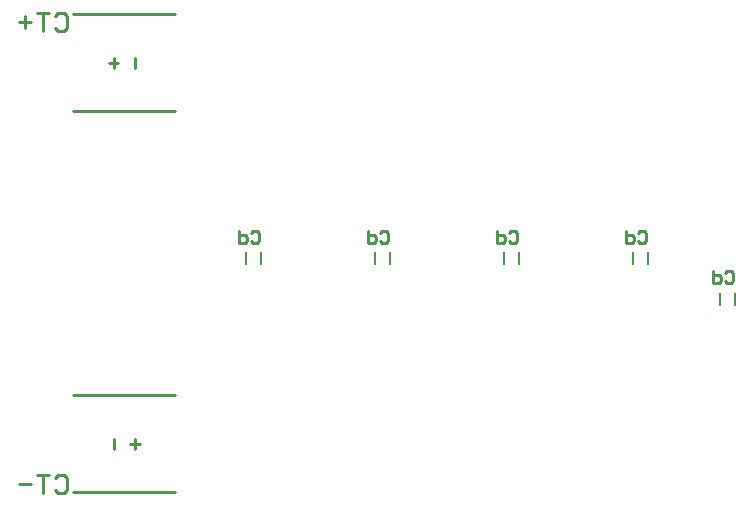
<source format=gbo>
G04*
G04 #@! TF.GenerationSoftware,Altium Limited,Altium Designer,22.10.1 (41)*
G04*
G04 Layer_Color=32896*
%FSLAX44Y44*%
%MOMM*%
G71*
G04*
G04 #@! TF.SameCoordinates,7D2A880A-0552-440C-8A1C-2383AA23BDA6*
G04*
G04*
G04 #@! TF.FilePolarity,Positive*
G04*
G01*
G75*
%ADD11C,0.2540*%
%ADD12C,0.2000*%
D11*
X229770Y336360D02*
Y344360D01*
X211770Y336360D02*
Y344360D01*
X207770Y340360D02*
X215770D01*
X177770Y299360D02*
X263770D01*
X177770Y381360D02*
X263770D01*
X211770Y13780D02*
Y21780D01*
X229770Y13780D02*
Y21780D01*
X225770Y17780D02*
X233770D01*
X177770Y58780D02*
X263770D01*
X177770Y-23220D02*
X263770D01*
X328509Y196424D02*
X330202Y198117D01*
X333587D01*
X335280Y196424D01*
Y189653D01*
X333587Y187960D01*
X330202D01*
X328509Y189653D01*
X318352Y198117D02*
Y187960D01*
X323430D01*
X325123Y189653D01*
Y193038D01*
X323430Y194731D01*
X318352D01*
X437729Y196424D02*
X439422Y198117D01*
X442807D01*
X444500Y196424D01*
Y189653D01*
X442807Y187960D01*
X439422D01*
X437729Y189653D01*
X427572Y198117D02*
Y187960D01*
X432650D01*
X434343Y189653D01*
Y193038D01*
X432650Y194731D01*
X427572D01*
X546949Y196424D02*
X548642Y198117D01*
X552027D01*
X553720Y196424D01*
Y189653D01*
X552027Y187960D01*
X548642D01*
X546949Y189653D01*
X536792Y198117D02*
Y187960D01*
X541870D01*
X543563Y189653D01*
Y193038D01*
X541870Y194731D01*
X536792D01*
X656169Y196424D02*
X657862Y198117D01*
X661247D01*
X662940Y196424D01*
Y189653D01*
X661247Y187960D01*
X657862D01*
X656169Y189653D01*
X646012Y198117D02*
Y187960D01*
X651090D01*
X652783Y189653D01*
Y193038D01*
X651090Y194731D01*
X646012D01*
X729829Y162134D02*
X731522Y163827D01*
X734907D01*
X736600Y162134D01*
Y155363D01*
X734907Y153670D01*
X731522D01*
X729829Y155363D01*
X719672Y163827D02*
Y153670D01*
X724751D01*
X726443Y155363D01*
Y158748D01*
X724751Y160441D01*
X719672D01*
X162557Y-11432D02*
X165096Y-8892D01*
X170174D01*
X172713Y-11432D01*
Y-21588D01*
X170174Y-24128D01*
X165096D01*
X162557Y-21588D01*
X157478Y-8892D02*
X147322D01*
X152400D01*
Y-24128D01*
X142243Y-16510D02*
X132087D01*
X162557Y379728D02*
X165096Y382267D01*
X170174D01*
X172713Y379728D01*
Y369572D01*
X170174Y367033D01*
X165096D01*
X162557Y369572D01*
X157478Y382267D02*
X147322D01*
X152400D01*
Y367033D01*
X142243Y374650D02*
X132087D01*
X137165Y379728D02*
Y369572D01*
D12*
X554990Y170260D02*
Y180260D01*
X542290Y170260D02*
Y180260D01*
X724840Y135780D02*
Y145780D01*
X737540Y135780D02*
Y145780D01*
X651510Y170260D02*
Y180260D01*
X664210Y170260D02*
Y180260D01*
X336550Y170100D02*
Y180100D01*
X323850Y170100D02*
Y180100D01*
X445770Y170260D02*
Y180260D01*
X433070Y170260D02*
Y180260D01*
M02*

</source>
